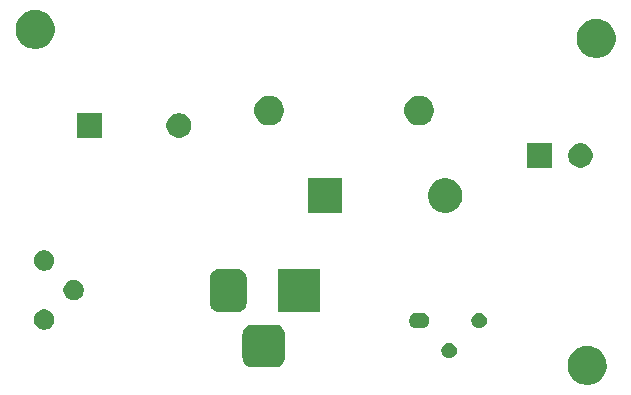
<source format=gbr>
G04 #@! TF.GenerationSoftware,KiCad,Pcbnew,(5.1.5)-3*
G04 #@! TF.CreationDate,2020-02-12T17:51:35+05:30*
G04 #@! TF.ProjectId,copy_UT,636f7079-5f55-4542-9e6b-696361645f70,rev?*
G04 #@! TF.SameCoordinates,Original*
G04 #@! TF.FileFunction,Soldermask,Top*
G04 #@! TF.FilePolarity,Negative*
%FSLAX46Y46*%
G04 Gerber Fmt 4.6, Leading zero omitted, Abs format (unit mm)*
G04 Created by KiCad (PCBNEW (5.1.5)-3) date 2020-02-12 17:51:35*
%MOMM*%
%LPD*%
G04 APERTURE LIST*
%ADD10C,0.100000*%
G04 APERTURE END LIST*
D10*
G36*
X135249256Y-94911298D02*
G01*
X135355579Y-94932447D01*
X135656042Y-95056903D01*
X135926451Y-95237585D01*
X136156415Y-95467549D01*
X136288340Y-95664988D01*
X136337098Y-95737960D01*
X136461553Y-96038422D01*
X136513233Y-96298231D01*
X136525000Y-96357391D01*
X136525000Y-96682609D01*
X136461553Y-97001579D01*
X136337097Y-97302042D01*
X136156415Y-97572451D01*
X135926451Y-97802415D01*
X135656042Y-97983097D01*
X135355579Y-98107553D01*
X135249256Y-98128702D01*
X135036611Y-98171000D01*
X134711389Y-98171000D01*
X134498744Y-98128702D01*
X134392421Y-98107553D01*
X134091958Y-97983097D01*
X133821549Y-97802415D01*
X133591585Y-97572451D01*
X133410903Y-97302042D01*
X133286447Y-97001579D01*
X133223000Y-96682609D01*
X133223000Y-96357391D01*
X133234768Y-96298231D01*
X133286447Y-96038422D01*
X133410902Y-95737960D01*
X133459660Y-95664988D01*
X133591585Y-95467549D01*
X133821549Y-95237585D01*
X134091958Y-95056903D01*
X134392421Y-94932447D01*
X134498744Y-94911298D01*
X134711389Y-94869000D01*
X135036611Y-94869000D01*
X135249256Y-94911298D01*
G37*
G36*
X108616366Y-93085695D02*
G01*
X108773460Y-93133349D01*
X108918231Y-93210731D01*
X109045128Y-93314872D01*
X109149269Y-93441769D01*
X109226651Y-93586540D01*
X109274305Y-93743634D01*
X109291000Y-93913140D01*
X109291000Y-95826860D01*
X109274305Y-95996366D01*
X109226651Y-96153460D01*
X109149269Y-96298231D01*
X109045128Y-96425128D01*
X108918231Y-96529269D01*
X108773460Y-96606651D01*
X108616366Y-96654305D01*
X108446860Y-96671000D01*
X106533140Y-96671000D01*
X106363634Y-96654305D01*
X106206540Y-96606651D01*
X106061769Y-96529269D01*
X105934872Y-96425128D01*
X105830731Y-96298231D01*
X105753349Y-96153460D01*
X105705695Y-95996366D01*
X105689000Y-95826860D01*
X105689000Y-93913140D01*
X105705695Y-93743634D01*
X105753349Y-93586540D01*
X105830731Y-93441769D01*
X105934872Y-93314872D01*
X106061769Y-93210731D01*
X106206540Y-93133349D01*
X106363634Y-93085695D01*
X106533140Y-93069000D01*
X108446860Y-93069000D01*
X108616366Y-93085695D01*
G37*
G36*
X123379890Y-94624017D02*
G01*
X123498364Y-94673091D01*
X123604988Y-94744335D01*
X123695665Y-94835012D01*
X123766909Y-94941636D01*
X123815983Y-95060110D01*
X123841000Y-95185882D01*
X123841000Y-95314118D01*
X123815983Y-95439890D01*
X123766909Y-95558364D01*
X123695665Y-95664988D01*
X123604988Y-95755665D01*
X123498364Y-95826909D01*
X123498363Y-95826910D01*
X123498362Y-95826910D01*
X123379890Y-95875983D01*
X123254119Y-95901000D01*
X123125881Y-95901000D01*
X123000110Y-95875983D01*
X122881638Y-95826910D01*
X122881637Y-95826910D01*
X122881636Y-95826909D01*
X122775012Y-95755665D01*
X122684335Y-95664988D01*
X122613091Y-95558364D01*
X122564017Y-95439890D01*
X122539000Y-95314118D01*
X122539000Y-95185882D01*
X122564017Y-95060110D01*
X122613091Y-94941636D01*
X122684335Y-94835012D01*
X122775012Y-94744335D01*
X122881636Y-94673091D01*
X123000110Y-94624017D01*
X123125881Y-94599000D01*
X123254119Y-94599000D01*
X123379890Y-94624017D01*
G37*
G36*
X89151143Y-91802087D02*
G01*
X89307838Y-91866992D01*
X89448853Y-91961215D01*
X89568785Y-92081147D01*
X89663008Y-92222162D01*
X89727913Y-92378857D01*
X89761000Y-92545198D01*
X89761000Y-92714802D01*
X89727913Y-92881143D01*
X89663008Y-93037838D01*
X89568785Y-93178853D01*
X89448853Y-93298785D01*
X89307838Y-93393008D01*
X89151143Y-93457913D01*
X88984802Y-93491000D01*
X88815198Y-93491000D01*
X88648857Y-93457913D01*
X88492162Y-93393008D01*
X88351147Y-93298785D01*
X88231215Y-93178853D01*
X88136992Y-93037838D01*
X88072087Y-92881143D01*
X88039000Y-92714802D01*
X88039000Y-92545198D01*
X88072087Y-92378857D01*
X88136992Y-92222162D01*
X88231215Y-92081147D01*
X88351147Y-91961215D01*
X88492162Y-91866992D01*
X88648857Y-91802087D01*
X88815198Y-91769000D01*
X88984802Y-91769000D01*
X89151143Y-91802087D01*
G37*
G36*
X120913855Y-92062140D02*
G01*
X120977618Y-92068420D01*
X121068404Y-92095960D01*
X121100336Y-92105646D01*
X121213425Y-92166094D01*
X121312554Y-92247446D01*
X121393906Y-92346575D01*
X121454354Y-92459664D01*
X121454355Y-92459668D01*
X121491580Y-92582382D01*
X121504149Y-92710000D01*
X121491580Y-92837618D01*
X121478376Y-92881144D01*
X121454354Y-92960336D01*
X121393906Y-93073425D01*
X121312554Y-93172554D01*
X121213425Y-93253906D01*
X121100336Y-93314354D01*
X121098628Y-93314872D01*
X120977618Y-93351580D01*
X120913855Y-93357860D01*
X120881974Y-93361000D01*
X120418026Y-93361000D01*
X120386145Y-93357860D01*
X120322382Y-93351580D01*
X120201372Y-93314872D01*
X120199664Y-93314354D01*
X120086575Y-93253906D01*
X119987446Y-93172554D01*
X119906094Y-93073425D01*
X119845646Y-92960336D01*
X119821624Y-92881144D01*
X119808420Y-92837618D01*
X119795851Y-92710000D01*
X119808420Y-92582382D01*
X119845645Y-92459668D01*
X119845646Y-92459664D01*
X119906094Y-92346575D01*
X119987446Y-92247446D01*
X120086575Y-92166094D01*
X120199664Y-92105646D01*
X120231596Y-92095960D01*
X120322382Y-92068420D01*
X120386145Y-92062140D01*
X120418026Y-92059000D01*
X120881974Y-92059000D01*
X120913855Y-92062140D01*
G37*
G36*
X125841477Y-92068420D02*
G01*
X125919890Y-92084017D01*
X126038364Y-92133091D01*
X126144988Y-92204335D01*
X126235665Y-92295012D01*
X126306909Y-92401636D01*
X126355983Y-92520110D01*
X126381000Y-92645882D01*
X126381000Y-92774118D01*
X126355983Y-92899890D01*
X126306909Y-93018364D01*
X126235665Y-93124988D01*
X126144988Y-93215665D01*
X126038364Y-93286909D01*
X126038363Y-93286910D01*
X126038362Y-93286910D01*
X125919890Y-93335983D01*
X125794119Y-93361000D01*
X125665881Y-93361000D01*
X125540110Y-93335983D01*
X125421638Y-93286910D01*
X125421637Y-93286910D01*
X125421636Y-93286909D01*
X125315012Y-93215665D01*
X125224335Y-93124988D01*
X125153091Y-93018364D01*
X125104017Y-92899890D01*
X125079000Y-92774118D01*
X125079000Y-92645882D01*
X125104017Y-92520110D01*
X125153091Y-92401636D01*
X125224335Y-92295012D01*
X125315012Y-92204335D01*
X125421636Y-92133091D01*
X125540110Y-92084017D01*
X125618523Y-92068420D01*
X125665881Y-92059000D01*
X125794119Y-92059000D01*
X125841477Y-92068420D01*
G37*
G36*
X105466979Y-88383293D02*
G01*
X105600625Y-88423834D01*
X105723784Y-88489664D01*
X105831740Y-88578260D01*
X105920336Y-88686216D01*
X105986166Y-88809375D01*
X106026707Y-88943021D01*
X106041000Y-89088140D01*
X106041000Y-91251860D01*
X106026707Y-91396979D01*
X105986166Y-91530625D01*
X105920336Y-91653784D01*
X105831740Y-91761740D01*
X105723784Y-91850336D01*
X105600625Y-91916166D01*
X105466979Y-91956707D01*
X105321860Y-91971000D01*
X103658140Y-91971000D01*
X103513021Y-91956707D01*
X103379375Y-91916166D01*
X103256216Y-91850336D01*
X103148260Y-91761740D01*
X103059664Y-91653784D01*
X102993834Y-91530625D01*
X102953293Y-91396979D01*
X102939000Y-91251860D01*
X102939000Y-89088140D01*
X102953293Y-88943021D01*
X102993834Y-88809375D01*
X103059664Y-88686216D01*
X103148260Y-88578260D01*
X103256216Y-88489664D01*
X103379375Y-88423834D01*
X103513021Y-88383293D01*
X103658140Y-88369000D01*
X105321860Y-88369000D01*
X105466979Y-88383293D01*
G37*
G36*
X112291000Y-91971000D02*
G01*
X108689000Y-91971000D01*
X108689000Y-88369000D01*
X112291000Y-88369000D01*
X112291000Y-91971000D01*
G37*
G36*
X91651143Y-89302087D02*
G01*
X91807838Y-89366992D01*
X91948853Y-89461215D01*
X92068785Y-89581147D01*
X92163008Y-89722162D01*
X92227913Y-89878857D01*
X92261000Y-90045198D01*
X92261000Y-90214802D01*
X92227913Y-90381143D01*
X92163008Y-90537838D01*
X92068785Y-90678853D01*
X91948853Y-90798785D01*
X91807838Y-90893008D01*
X91651143Y-90957913D01*
X91484802Y-90991000D01*
X91315198Y-90991000D01*
X91148857Y-90957913D01*
X90992162Y-90893008D01*
X90851147Y-90798785D01*
X90731215Y-90678853D01*
X90636992Y-90537838D01*
X90572087Y-90381143D01*
X90539000Y-90214802D01*
X90539000Y-90045198D01*
X90572087Y-89878857D01*
X90636992Y-89722162D01*
X90731215Y-89581147D01*
X90851147Y-89461215D01*
X90992162Y-89366992D01*
X91148857Y-89302087D01*
X91315198Y-89269000D01*
X91484802Y-89269000D01*
X91651143Y-89302087D01*
G37*
G36*
X89151143Y-86802087D02*
G01*
X89307838Y-86866992D01*
X89448853Y-86961215D01*
X89568785Y-87081147D01*
X89663008Y-87222162D01*
X89727913Y-87378857D01*
X89761000Y-87545198D01*
X89761000Y-87714802D01*
X89727913Y-87881143D01*
X89663008Y-88037838D01*
X89568785Y-88178853D01*
X89448853Y-88298785D01*
X89307838Y-88393008D01*
X89151143Y-88457913D01*
X88984802Y-88491000D01*
X88815198Y-88491000D01*
X88648857Y-88457913D01*
X88492162Y-88393008D01*
X88351147Y-88298785D01*
X88231215Y-88178853D01*
X88136992Y-88037838D01*
X88072087Y-87881143D01*
X88039000Y-87714802D01*
X88039000Y-87545198D01*
X88072087Y-87378857D01*
X88136992Y-87222162D01*
X88231215Y-87081147D01*
X88351147Y-86961215D01*
X88492162Y-86866992D01*
X88648857Y-86802087D01*
X88815198Y-86769000D01*
X88984802Y-86769000D01*
X89151143Y-86802087D01*
G37*
G36*
X123288242Y-80739761D02*
G01*
X123552306Y-80849140D01*
X123789959Y-81007935D01*
X123992067Y-81210043D01*
X124150862Y-81447696D01*
X124260241Y-81711760D01*
X124316001Y-81992089D01*
X124316001Y-82277913D01*
X124260241Y-82558242D01*
X124150862Y-82822306D01*
X123992067Y-83059959D01*
X123789959Y-83262067D01*
X123552306Y-83420862D01*
X123288242Y-83530241D01*
X123007913Y-83586001D01*
X122722089Y-83586001D01*
X122441760Y-83530241D01*
X122177696Y-83420862D01*
X121940043Y-83262067D01*
X121737935Y-83059959D01*
X121579140Y-82822306D01*
X121469761Y-82558242D01*
X121414001Y-82277913D01*
X121414001Y-81992089D01*
X121469761Y-81711760D01*
X121579140Y-81447696D01*
X121737935Y-81210043D01*
X121940043Y-81007935D01*
X122177696Y-80849140D01*
X122441760Y-80739761D01*
X122722089Y-80684001D01*
X123007913Y-80684001D01*
X123288242Y-80739761D01*
G37*
G36*
X114156001Y-83586001D02*
G01*
X111254001Y-83586001D01*
X111254001Y-80684001D01*
X114156001Y-80684001D01*
X114156001Y-83586001D01*
G37*
G36*
X131861000Y-79791000D02*
G01*
X129759000Y-79791000D01*
X129759000Y-77689000D01*
X131861000Y-77689000D01*
X131861000Y-79791000D01*
G37*
G36*
X134616564Y-77729389D02*
G01*
X134807833Y-77808615D01*
X134807835Y-77808616D01*
X134979973Y-77923635D01*
X135126365Y-78070027D01*
X135241385Y-78242167D01*
X135320611Y-78433436D01*
X135361000Y-78636484D01*
X135361000Y-78843516D01*
X135320611Y-79046564D01*
X135241385Y-79237833D01*
X135241384Y-79237835D01*
X135126365Y-79409973D01*
X134979973Y-79556365D01*
X134807835Y-79671384D01*
X134807834Y-79671385D01*
X134807833Y-79671385D01*
X134616564Y-79750611D01*
X134413516Y-79791000D01*
X134206484Y-79791000D01*
X134003436Y-79750611D01*
X133812167Y-79671385D01*
X133812166Y-79671385D01*
X133812165Y-79671384D01*
X133640027Y-79556365D01*
X133493635Y-79409973D01*
X133378616Y-79237835D01*
X133378615Y-79237833D01*
X133299389Y-79046564D01*
X133259000Y-78843516D01*
X133259000Y-78636484D01*
X133299389Y-78433436D01*
X133378615Y-78242167D01*
X133493635Y-78070027D01*
X133640027Y-77923635D01*
X133812165Y-77808616D01*
X133812167Y-77808615D01*
X134003436Y-77729389D01*
X134206484Y-77689000D01*
X134413516Y-77689000D01*
X134616564Y-77729389D01*
G37*
G36*
X93761000Y-77251000D02*
G01*
X91659000Y-77251000D01*
X91659000Y-75149000D01*
X93761000Y-75149000D01*
X93761000Y-77251000D01*
G37*
G36*
X100616564Y-75189389D02*
G01*
X100807833Y-75268615D01*
X100807835Y-75268616D01*
X100847176Y-75294903D01*
X100979973Y-75383635D01*
X101126365Y-75530027D01*
X101241385Y-75702167D01*
X101320611Y-75893436D01*
X101361000Y-76096484D01*
X101361000Y-76303516D01*
X101320611Y-76506564D01*
X101241385Y-76697833D01*
X101241384Y-76697835D01*
X101126365Y-76869973D01*
X100979973Y-77016365D01*
X100807835Y-77131384D01*
X100807834Y-77131385D01*
X100807833Y-77131385D01*
X100616564Y-77210611D01*
X100413516Y-77251000D01*
X100206484Y-77251000D01*
X100003436Y-77210611D01*
X99812167Y-77131385D01*
X99812166Y-77131385D01*
X99812165Y-77131384D01*
X99640027Y-77016365D01*
X99493635Y-76869973D01*
X99378616Y-76697835D01*
X99378615Y-76697833D01*
X99299389Y-76506564D01*
X99259000Y-76303516D01*
X99259000Y-76096484D01*
X99299389Y-75893436D01*
X99378615Y-75702167D01*
X99493635Y-75530027D01*
X99640027Y-75383635D01*
X99772824Y-75294903D01*
X99812165Y-75268616D01*
X99812167Y-75268615D01*
X100003436Y-75189389D01*
X100206484Y-75149000D01*
X100413516Y-75149000D01*
X100616564Y-75189389D01*
G37*
G36*
X108314903Y-73727075D02*
G01*
X108542571Y-73821378D01*
X108747466Y-73958285D01*
X108921715Y-74132534D01*
X109058622Y-74337429D01*
X109152925Y-74565097D01*
X109201000Y-74806787D01*
X109201000Y-75053213D01*
X109152925Y-75294903D01*
X109058622Y-75522571D01*
X108921715Y-75727466D01*
X108747466Y-75901715D01*
X108542571Y-76038622D01*
X108542570Y-76038623D01*
X108542569Y-76038623D01*
X108314903Y-76132925D01*
X108073214Y-76181000D01*
X107826786Y-76181000D01*
X107585097Y-76132925D01*
X107357431Y-76038623D01*
X107357430Y-76038623D01*
X107357429Y-76038622D01*
X107152534Y-75901715D01*
X106978285Y-75727466D01*
X106841378Y-75522571D01*
X106747075Y-75294903D01*
X106699000Y-75053213D01*
X106699000Y-74806787D01*
X106747075Y-74565097D01*
X106841378Y-74337429D01*
X106978285Y-74132534D01*
X107152534Y-73958285D01*
X107357429Y-73821378D01*
X107585097Y-73727075D01*
X107826786Y-73679000D01*
X108073214Y-73679000D01*
X108314903Y-73727075D01*
G37*
G36*
X121014903Y-73727075D02*
G01*
X121242571Y-73821378D01*
X121447466Y-73958285D01*
X121621715Y-74132534D01*
X121758622Y-74337429D01*
X121852925Y-74565097D01*
X121901000Y-74806787D01*
X121901000Y-75053213D01*
X121852925Y-75294903D01*
X121758622Y-75522571D01*
X121621715Y-75727466D01*
X121447466Y-75901715D01*
X121242571Y-76038622D01*
X121242570Y-76038623D01*
X121242569Y-76038623D01*
X121014903Y-76132925D01*
X120773214Y-76181000D01*
X120526786Y-76181000D01*
X120285097Y-76132925D01*
X120057431Y-76038623D01*
X120057430Y-76038623D01*
X120057429Y-76038622D01*
X119852534Y-75901715D01*
X119678285Y-75727466D01*
X119541378Y-75522571D01*
X119447075Y-75294903D01*
X119399000Y-75053213D01*
X119399000Y-74806787D01*
X119447075Y-74565097D01*
X119541378Y-74337429D01*
X119678285Y-74132534D01*
X119852534Y-73958285D01*
X120057429Y-73821378D01*
X120285097Y-73727075D01*
X120526786Y-73679000D01*
X120773214Y-73679000D01*
X121014903Y-73727075D01*
G37*
G36*
X136011256Y-67225298D02*
G01*
X136117579Y-67246447D01*
X136418042Y-67370903D01*
X136688451Y-67551585D01*
X136918415Y-67781549D01*
X137099097Y-68051958D01*
X137223553Y-68352421D01*
X137287000Y-68671391D01*
X137287000Y-68996609D01*
X137223553Y-69315579D01*
X137099097Y-69616042D01*
X136918415Y-69886451D01*
X136688451Y-70116415D01*
X136418042Y-70297097D01*
X136117579Y-70421553D01*
X136011256Y-70442702D01*
X135798611Y-70485000D01*
X135473389Y-70485000D01*
X135260744Y-70442702D01*
X135154421Y-70421553D01*
X134853958Y-70297097D01*
X134583549Y-70116415D01*
X134353585Y-69886451D01*
X134172903Y-69616042D01*
X134048447Y-69315579D01*
X133985000Y-68996609D01*
X133985000Y-68671391D01*
X134048447Y-68352421D01*
X134172903Y-68051958D01*
X134353585Y-67781549D01*
X134583549Y-67551585D01*
X134853958Y-67370903D01*
X135154421Y-67246447D01*
X135260744Y-67225298D01*
X135473389Y-67183000D01*
X135798611Y-67183000D01*
X136011256Y-67225298D01*
G37*
G36*
X88513256Y-66463298D02*
G01*
X88619579Y-66484447D01*
X88920042Y-66608903D01*
X89190451Y-66789585D01*
X89420415Y-67019549D01*
X89601097Y-67289958D01*
X89725553Y-67590421D01*
X89789000Y-67909391D01*
X89789000Y-68234609D01*
X89725553Y-68553579D01*
X89601097Y-68854042D01*
X89420415Y-69124451D01*
X89190451Y-69354415D01*
X88920042Y-69535097D01*
X88619579Y-69659553D01*
X88513256Y-69680702D01*
X88300611Y-69723000D01*
X87975389Y-69723000D01*
X87762744Y-69680702D01*
X87656421Y-69659553D01*
X87355958Y-69535097D01*
X87085549Y-69354415D01*
X86855585Y-69124451D01*
X86674903Y-68854042D01*
X86550447Y-68553579D01*
X86487000Y-68234609D01*
X86487000Y-67909391D01*
X86550447Y-67590421D01*
X86674903Y-67289958D01*
X86855585Y-67019549D01*
X87085549Y-66789585D01*
X87355958Y-66608903D01*
X87656421Y-66484447D01*
X87762744Y-66463298D01*
X87975389Y-66421000D01*
X88300611Y-66421000D01*
X88513256Y-66463298D01*
G37*
M02*

</source>
